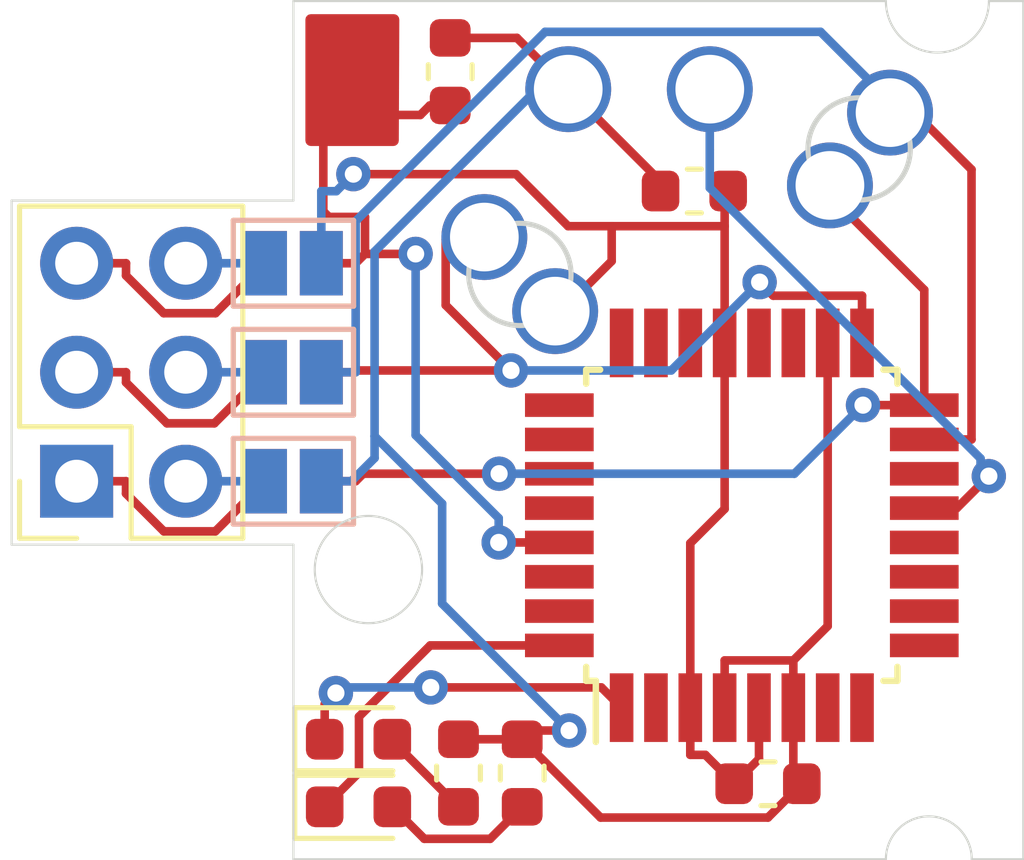
<source format=kicad_pcb>
(kicad_pcb (version 20171130) (host pcbnew "(5.1.5)-3")

  (general
    (thickness 1.6)
    (drawings 16)
    (tracks 146)
    (zones 0)
    (modules 21)
    (nets 37)
  )

  (page A4)
  (layers
    (0 F.Cu signal)
    (31 B.Cu signal)
    (32 B.Adhes user)
    (33 F.Adhes user)
    (34 B.Paste user)
    (35 F.Paste user)
    (36 B.SilkS user)
    (37 F.SilkS user)
    (38 B.Mask user)
    (39 F.Mask user)
    (40 Dwgs.User user)
    (41 Cmts.User user)
    (42 Eco1.User user)
    (43 Eco2.User user)
    (44 Edge.Cuts user)
    (45 Margin user)
    (46 B.CrtYd user)
    (47 F.CrtYd user)
    (48 B.Fab user)
    (49 F.Fab user hide)
  )

  (setup
    (last_trace_width 0.2)
    (trace_clearance 0.2)
    (zone_clearance 0.254)
    (zone_45_only no)
    (trace_min 0.2)
    (via_size 0.8)
    (via_drill 0.4)
    (via_min_size 0.4)
    (via_min_drill 0.3)
    (uvia_size 0.3)
    (uvia_drill 0.1)
    (uvias_allowed no)
    (uvia_min_size 0.2)
    (uvia_min_drill 0.1)
    (edge_width 0.05)
    (segment_width 0.2)
    (pcb_text_width 0.3)
    (pcb_text_size 1.5 1.5)
    (mod_edge_width 0.12)
    (mod_text_size 1 1)
    (mod_text_width 0.15)
    (pad_size 1.8 1.8)
    (pad_drill 1.6)
    (pad_to_mask_clearance 0.051)
    (solder_mask_min_width 0.25)
    (aux_axis_origin 0 0)
    (visible_elements 7FFFFFFF)
    (pcbplotparams
      (layerselection 0x010fc_ffffffff)
      (usegerberextensions false)
      (usegerberattributes false)
      (usegerberadvancedattributes false)
      (creategerberjobfile false)
      (excludeedgelayer true)
      (linewidth 0.100000)
      (plotframeref false)
      (viasonmask false)
      (mode 1)
      (useauxorigin false)
      (hpglpennumber 1)
      (hpglpenspeed 20)
      (hpglpendiameter 15.000000)
      (psnegative false)
      (psa4output false)
      (plotreference true)
      (plotvalue true)
      (plotinvisibletext false)
      (padsonsilk false)
      (subtractmaskfromsilk false)
      (outputformat 1)
      (mirror false)
      (drillshape 0)
      (scaleselection 1)
      (outputdirectory "gerbers/"))
  )

  (net 0 "")
  (net 1 GND)
  (net 2 VCC)
  (net 3 "Net-(D1-Pad2)")
  (net 4 "Net-(D1-Pad1)")
  (net 5 "Net-(D2-Pad2)")
  (net 6 "Net-(D2-Pad1)")
  (net 7 PB1)
  (net 8 SCK)
  (net 9 MOSI)
  (net 10 MISO)
  (net 11 RESET)
  (net 12 "Net-(U1-Pad31)")
  (net 13 "Net-(U1-Pad30)")
  (net 14 "Net-(U1-Pad28)")
  (net 15 "Net-(U1-Pad27)")
  (net 16 "Net-(U1-Pad26)")
  (net 17 "Net-(U1-Pad25)")
  (net 18 "Net-(U1-Pad24)")
  (net 19 "Net-(U1-Pad23)")
  (net 20 "Net-(U1-Pad22)")
  (net 21 "Net-(U1-Pad20)")
  (net 22 "Net-(U1-Pad19)")
  (net 23 "Net-(U1-Pad14)")
  (net 24 "Net-(U1-Pad12)")
  (net 25 "Net-(U1-Pad11)")
  (net 26 "Net-(U1-Pad10)")
  (net 27 "Net-(U1-Pad9)")
  (net 28 "Net-(U1-Pad8)")
  (net 29 "Net-(U1-Pad7)")
  (net 30 "Net-(U1-Pad2)")
  (net 31 "Net-(J1-Pad6)")
  (net 32 "Net-(J1-Pad5)")
  (net 33 "Net-(J1-Pad4)")
  (net 34 "Net-(J1-Pad3)")
  (net 35 "Net-(J1-Pad2)")
  (net 36 "Net-(J1-Pad1)")

  (net_class Default "This is the default net class."
    (clearance 0.2)
    (trace_width 0.2)
    (via_dia 0.8)
    (via_drill 0.4)
    (uvia_dia 0.3)
    (uvia_drill 0.1)
    (add_net GND)
    (add_net MISO)
    (add_net MOSI)
    (add_net "Net-(D1-Pad1)")
    (add_net "Net-(D1-Pad2)")
    (add_net "Net-(D2-Pad1)")
    (add_net "Net-(D2-Pad2)")
    (add_net "Net-(J1-Pad1)")
    (add_net "Net-(J1-Pad2)")
    (add_net "Net-(J1-Pad3)")
    (add_net "Net-(J1-Pad4)")
    (add_net "Net-(J1-Pad5)")
    (add_net "Net-(J1-Pad6)")
    (add_net "Net-(U1-Pad10)")
    (add_net "Net-(U1-Pad11)")
    (add_net "Net-(U1-Pad12)")
    (add_net "Net-(U1-Pad14)")
    (add_net "Net-(U1-Pad19)")
    (add_net "Net-(U1-Pad2)")
    (add_net "Net-(U1-Pad20)")
    (add_net "Net-(U1-Pad22)")
    (add_net "Net-(U1-Pad23)")
    (add_net "Net-(U1-Pad24)")
    (add_net "Net-(U1-Pad25)")
    (add_net "Net-(U1-Pad26)")
    (add_net "Net-(U1-Pad27)")
    (add_net "Net-(U1-Pad28)")
    (add_net "Net-(U1-Pad30)")
    (add_net "Net-(U1-Pad31)")
    (add_net "Net-(U1-Pad7)")
    (add_net "Net-(U1-Pad8)")
    (add_net "Net-(U1-Pad9)")
    (add_net PB1)
    (add_net RESET)
    (add_net SCK)
    (add_net VCC)
  )

  (module Custom:TestPoint_Plated_Hole_D1.6mm (layer F.Cu) (tedit 5EF7DF26) (tstamp 5EF82EDA)
    (at 144.954 67.406 180)
    (descr "Plated Hole as test Point, diameter 2.0mm")
    (tags "test point plated hole")
    (path /5EF8A67D)
    (attr virtual)
    (fp_text reference GC6 (at 0 -2.498) (layer F.SilkS) hide
      (effects (font (size 1 1) (thickness 0.15)))
    )
    (fp_text value GND (at 0 2.45) (layer F.Fab)
      (effects (font (size 1 1) (thickness 0.15)))
    )
    (fp_text user %R (at 0 -2.5) (layer F.Fab)
      (effects (font (size 1 1) (thickness 0.15)))
    )
    (pad 1 thru_hole circle (at 0 0 180) (size 2 2) (drill 1.6) (layers *.Cu *.Mask)
      (net 1 GND))
  )

  (module Custom:TestPoint_Plated_Hole_D1.6mm (layer F.Cu) (tedit 5EF7DF26) (tstamp 5EF82EE2)
    (at 143.304 65.68 180)
    (descr "Plated Hole as test Point, diameter 2.0mm")
    (tags "test point plated hole")
    (path /5EF8A671)
    (attr virtual)
    (fp_text reference GC7 (at 0 -2.498) (layer F.SilkS) hide
      (effects (font (size 1 1) (thickness 0.15)))
    )
    (fp_text value SCK (at 0 2.45) (layer F.Fab)
      (effects (font (size 1 1) (thickness 0.15)))
    )
    (fp_text user %R (at 0 -2.5) (layer F.Fab)
      (effects (font (size 1 1) (thickness 0.15)))
    )
    (pad 1 thru_hole circle (at 0 0 180) (size 2 2) (drill 1.6) (layers *.Cu *.Mask)
      (net 8 SCK))
  )

  (module Custom:TestPoint_Plated_Hole_D1.6mm (layer F.Cu) (tedit 5EF7DF26) (tstamp 5EF82EB2)
    (at 145.258 62.2333 180)
    (descr "Plated Hole as test Point, diameter 2.0mm")
    (tags "test point plated hole")
    (path /5EF83549)
    (attr virtual)
    (fp_text reference GC1 (at 0 -2.498) (layer F.SilkS) hide
      (effects (font (size 1 1) (thickness 0.15)))
    )
    (fp_text value VCC (at 0 2.45) (layer F.Fab)
      (effects (font (size 1 1) (thickness 0.15)))
    )
    (fp_text user %R (at 0 -2.5) (layer F.Fab)
      (effects (font (size 1 1) (thickness 0.15)))
    )
    (pad 1 thru_hole circle (at 0 0 180) (size 2 2) (drill 1.6) (layers *.Cu *.Mask)
      (net 2 VCC))
  )

  (module Custom:TestPoint_Plated_Hole_D1.6mm (layer F.Cu) (tedit 5EF7DF26) (tstamp 5EF82ED2)
    (at 148.555 62.2333 180)
    (descr "Plated Hole as test Point, diameter 2.0mm")
    (tags "test point plated hole")
    (path /5EF866CB)
    (attr virtual)
    (fp_text reference GC5 (at 0 -2.498) (layer F.SilkS) hide
      (effects (font (size 1 1) (thickness 0.15)))
    )
    (fp_text value PB1 (at 0 2.45) (layer F.Fab)
      (effects (font (size 1 1) (thickness 0.15)))
    )
    (fp_text user %R (at 0 -2.5) (layer F.Fab)
      (effects (font (size 1 1) (thickness 0.15)))
    )
    (pad 1 thru_hole circle (at 0 0 180) (size 2 2) (drill 1.6) (layers *.Cu *.Mask)
      (net 7 PB1))
  )

  (module Custom:TestPoint_Plated_Hole_D1.6mm (layer F.Cu) (tedit 5EF7DF26) (tstamp 5EF82EF2)
    (at 151.353 64.4762 180)
    (descr "Plated Hole as test Point, diameter 2.0mm")
    (tags "test point plated hole")
    (path /5EF8A665)
    (attr virtual)
    (fp_text reference GC9 (at 0 -2.498) (layer F.SilkS) hide
      (effects (font (size 1 1) (thickness 0.15)))
    )
    (fp_text value MISO (at 0 2.45) (layer F.Fab)
      (effects (font (size 1 1) (thickness 0.15)))
    )
    (fp_text user %R (at 0 -2.5) (layer F.Fab)
      (effects (font (size 1 1) (thickness 0.15)))
    )
    (pad 1 thru_hole circle (at 0 0 180) (size 2 2) (drill 1.6) (layers *.Cu *.Mask)
      (net 10 MISO))
  )

  (module Custom:TestPoint_Plated_Hole_D1.6mm (layer F.Cu) (tedit 5EF7DF26) (tstamp 5EF82EEA)
    (at 152.754 62.7799 180)
    (descr "Plated Hole as test Point, diameter 2.0mm")
    (tags "test point plated hole")
    (path /5EF8A677)
    (attr virtual)
    (fp_text reference GC8 (at 0 -2.498 180) (layer F.SilkS) hide
      (effects (font (size 1 1) (thickness 0.15)))
    )
    (fp_text value MOSI (at 0 2.45 180) (layer F.Fab)
      (effects (font (size 1 1) (thickness 0.15)))
    )
    (fp_text user %R (at 0 -2.5 180) (layer F.Fab)
      (effects (font (size 1 1) (thickness 0.15)))
    )
    (pad 1 thru_hole circle (at 0 0 180) (size 2 2) (drill 1.6) (layers *.Cu *.Mask)
      (net 9 MOSI))
  )

  (module Jumper:SolderJumper-2_P1.3mm_Open_Pad1.0x1.5mm (layer B.Cu) (tedit 5A3EABFC) (tstamp 5EF84F14)
    (at 138.857 66.29)
    (descr "SMD Solder Jumper, 1x1.5mm Pads, 0.3mm gap, open")
    (tags "solder jumper open")
    (path /5EFE6D7F)
    (attr virtual)
    (fp_text reference JP6 (at 0 1.1) (layer B.SilkS) hide
      (effects (font (size 1 1) (thickness 0.15)) (justify mirror))
    )
    (fp_text value Jumper (at 0 -1.9) (layer B.Fab)
      (effects (font (size 1 1) (thickness 0.15)) (justify mirror))
    )
    (fp_line (start 1.65 -1.25) (end -1.65 -1.25) (layer B.CrtYd) (width 0.05))
    (fp_line (start 1.65 -1.25) (end 1.65 1.25) (layer B.CrtYd) (width 0.05))
    (fp_line (start -1.65 1.25) (end -1.65 -1.25) (layer B.CrtYd) (width 0.05))
    (fp_line (start -1.65 1.25) (end 1.65 1.25) (layer B.CrtYd) (width 0.05))
    (fp_line (start -1.4 1) (end 1.4 1) (layer B.SilkS) (width 0.12))
    (fp_line (start 1.4 1) (end 1.4 -1) (layer B.SilkS) (width 0.12))
    (fp_line (start 1.4 -1) (end -1.4 -1) (layer B.SilkS) (width 0.12))
    (fp_line (start -1.4 -1) (end -1.4 1) (layer B.SilkS) (width 0.12))
    (pad 1 smd rect (at -0.65 0) (size 1 1.5) (layers B.Cu B.Mask)
      (net 31 "Net-(J1-Pad6)"))
    (pad 2 smd rect (at 0.65 0) (size 1 1.5) (layers B.Cu B.Mask)
      (net 1 GND))
  )

  (module Jumper:SolderJumper-2_P1.3mm_Open_Pad1.0x1.5mm (layer F.Cu) (tedit 5A3EABFC) (tstamp 5EF84F06)
    (at 138.857 66.29)
    (descr "SMD Solder Jumper, 1x1.5mm Pads, 0.3mm gap, open")
    (tags "solder jumper open")
    (path /5EFEBA7B)
    (attr virtual)
    (fp_text reference JP5 (at 0 -1.8) (layer F.SilkS) hide
      (effects (font (size 1 1) (thickness 0.15)))
    )
    (fp_text value Jumper (at 0 1.9) (layer F.Fab)
      (effects (font (size 1 1) (thickness 0.15)))
    )
    (fp_line (start 1.65 1.25) (end -1.65 1.25) (layer F.CrtYd) (width 0.05))
    (fp_line (start 1.65 1.25) (end 1.65 -1.25) (layer F.CrtYd) (width 0.05))
    (fp_line (start -1.65 -1.25) (end -1.65 1.25) (layer F.CrtYd) (width 0.05))
    (fp_line (start -1.65 -1.25) (end 1.65 -1.25) (layer F.CrtYd) (width 0.05))
    (fp_line (start -1.4 -1) (end 1.4 -1) (layer F.SilkS) (width 0.12))
    (fp_line (start 1.4 -1) (end 1.4 1) (layer F.SilkS) (width 0.12))
    (fp_line (start 1.4 1) (end -1.4 1) (layer F.SilkS) (width 0.12))
    (fp_line (start -1.4 1) (end -1.4 -1) (layer F.SilkS) (width 0.12))
    (pad 1 smd rect (at -0.65 0) (size 1 1.5) (layers F.Cu F.Mask)
      (net 32 "Net-(J1-Pad5)"))
    (pad 2 smd rect (at 0.65 0) (size 1 1.5) (layers F.Cu F.Mask)
      (net 11 RESET))
  )

  (module Jumper:SolderJumper-2_P1.3mm_Open_Pad1.0x1.5mm (layer B.Cu) (tedit 5A3EABFC) (tstamp 5EF84EF8)
    (at 138.857 68.83)
    (descr "SMD Solder Jumper, 1x1.5mm Pads, 0.3mm gap, open")
    (tags "solder jumper open")
    (path /5EFEE19D)
    (attr virtual)
    (fp_text reference JP4 (at 0 1.1) (layer B.SilkS) hide
      (effects (font (size 1 1) (thickness 0.15)) (justify mirror))
    )
    (fp_text value Jumper (at 0 -1.9) (layer B.Fab)
      (effects (font (size 1 1) (thickness 0.15)) (justify mirror))
    )
    (fp_line (start 1.65 -1.25) (end -1.65 -1.25) (layer B.CrtYd) (width 0.05))
    (fp_line (start 1.65 -1.25) (end 1.65 1.25) (layer B.CrtYd) (width 0.05))
    (fp_line (start -1.65 1.25) (end -1.65 -1.25) (layer B.CrtYd) (width 0.05))
    (fp_line (start -1.65 1.25) (end 1.65 1.25) (layer B.CrtYd) (width 0.05))
    (fp_line (start -1.4 1) (end 1.4 1) (layer B.SilkS) (width 0.12))
    (fp_line (start 1.4 1) (end 1.4 -1) (layer B.SilkS) (width 0.12))
    (fp_line (start 1.4 -1) (end -1.4 -1) (layer B.SilkS) (width 0.12))
    (fp_line (start -1.4 -1) (end -1.4 1) (layer B.SilkS) (width 0.12))
    (pad 1 smd rect (at -0.65 0) (size 1 1.5) (layers B.Cu B.Mask)
      (net 33 "Net-(J1-Pad4)"))
    (pad 2 smd rect (at 0.65 0) (size 1 1.5) (layers B.Cu B.Mask)
      (net 9 MOSI))
  )

  (module Jumper:SolderJumper-2_P1.3mm_Open_Pad1.0x1.5mm (layer F.Cu) (tedit 5A3EABFC) (tstamp 5EF84EEA)
    (at 138.857 68.83)
    (descr "SMD Solder Jumper, 1x1.5mm Pads, 0.3mm gap, open")
    (tags "solder jumper open")
    (path /5EFEC3CC)
    (attr virtual)
    (fp_text reference JP3 (at 0 -1.8) (layer F.SilkS) hide
      (effects (font (size 1 1) (thickness 0.15)))
    )
    (fp_text value Jumper (at 0 1.9) (layer F.Fab)
      (effects (font (size 1 1) (thickness 0.15)))
    )
    (fp_line (start 1.65 1.25) (end -1.65 1.25) (layer F.CrtYd) (width 0.05))
    (fp_line (start 1.65 1.25) (end 1.65 -1.25) (layer F.CrtYd) (width 0.05))
    (fp_line (start -1.65 -1.25) (end -1.65 1.25) (layer F.CrtYd) (width 0.05))
    (fp_line (start -1.65 -1.25) (end 1.65 -1.25) (layer F.CrtYd) (width 0.05))
    (fp_line (start -1.4 -1) (end 1.4 -1) (layer F.SilkS) (width 0.12))
    (fp_line (start 1.4 -1) (end 1.4 1) (layer F.SilkS) (width 0.12))
    (fp_line (start 1.4 1) (end -1.4 1) (layer F.SilkS) (width 0.12))
    (fp_line (start -1.4 1) (end -1.4 -1) (layer F.SilkS) (width 0.12))
    (pad 1 smd rect (at -0.65 0) (size 1 1.5) (layers F.Cu F.Mask)
      (net 34 "Net-(J1-Pad3)"))
    (pad 2 smd rect (at 0.65 0) (size 1 1.5) (layers F.Cu F.Mask)
      (net 8 SCK))
  )

  (module Jumper:SolderJumper-2_P1.3mm_Open_Pad1.0x1.5mm (layer B.Cu) (tedit 5A3EABFC) (tstamp 5EF84EDC)
    (at 138.857 71.37)
    (descr "SMD Solder Jumper, 1x1.5mm Pads, 0.3mm gap, open")
    (tags "solder jumper open")
    (path /5EFEF7A4)
    (attr virtual)
    (fp_text reference JP2 (at 0 1.8) (layer B.SilkS) hide
      (effects (font (size 1 1) (thickness 0.15)) (justify mirror))
    )
    (fp_text value Jumper (at -0.30706 1.1405) (layer B.Fab)
      (effects (font (size 1 1) (thickness 0.15)) (justify mirror))
    )
    (fp_line (start 1.65 -1.25) (end -1.65 -1.25) (layer B.CrtYd) (width 0.05))
    (fp_line (start 1.65 -1.25) (end 1.65 1.25) (layer B.CrtYd) (width 0.05))
    (fp_line (start -1.65 1.25) (end -1.65 -1.25) (layer B.CrtYd) (width 0.05))
    (fp_line (start -1.65 1.25) (end 1.65 1.25) (layer B.CrtYd) (width 0.05))
    (fp_line (start -1.4 1) (end 1.4 1) (layer B.SilkS) (width 0.12))
    (fp_line (start 1.4 1) (end 1.4 -1) (layer B.SilkS) (width 0.12))
    (fp_line (start 1.4 -1) (end -1.4 -1) (layer B.SilkS) (width 0.12))
    (fp_line (start -1.4 -1) (end -1.4 1) (layer B.SilkS) (width 0.12))
    (pad 1 smd rect (at -0.65 0) (size 1 1.5) (layers B.Cu B.Mask)
      (net 35 "Net-(J1-Pad2)"))
    (pad 2 smd rect (at 0.65 0) (size 1 1.5) (layers B.Cu B.Mask)
      (net 2 VCC))
  )

  (module Jumper:SolderJumper-2_P1.3mm_Open_Pad1.0x1.5mm (layer F.Cu) (tedit 5A3EABFC) (tstamp 5EF84ECE)
    (at 138.857 71.37)
    (descr "SMD Solder Jumper, 1x1.5mm Pads, 0.3mm gap, open")
    (tags "solder jumper open")
    (path /5EFEE9A9)
    (attr virtual)
    (fp_text reference JP1 (at 0 -1.8) (layer F.SilkS) hide
      (effects (font (size 1 1) (thickness 0.15)))
    )
    (fp_text value Jumper (at 0 1.9) (layer F.Fab)
      (effects (font (size 1 1) (thickness 0.15)))
    )
    (fp_line (start 1.65 1.25) (end -1.65 1.25) (layer F.CrtYd) (width 0.05))
    (fp_line (start 1.65 1.25) (end 1.65 -1.25) (layer F.CrtYd) (width 0.05))
    (fp_line (start -1.65 -1.25) (end -1.65 1.25) (layer F.CrtYd) (width 0.05))
    (fp_line (start -1.65 -1.25) (end 1.65 -1.25) (layer F.CrtYd) (width 0.05))
    (fp_line (start -1.4 -1) (end 1.4 -1) (layer F.SilkS) (width 0.12))
    (fp_line (start 1.4 -1) (end 1.4 1) (layer F.SilkS) (width 0.12))
    (fp_line (start 1.4 1) (end -1.4 1) (layer F.SilkS) (width 0.12))
    (fp_line (start -1.4 1) (end -1.4 -1) (layer F.SilkS) (width 0.12))
    (pad 1 smd rect (at -0.65 0) (size 1 1.5) (layers F.Cu F.Mask)
      (net 36 "Net-(J1-Pad1)"))
    (pad 2 smd rect (at 0.65 0) (size 1 1.5) (layers F.Cu F.Mask)
      (net 10 MISO))
  )

  (module Connector_PinSocket_2.54mm:PinSocket_2x03_P2.54mm_Vertical (layer F.Cu) (tedit 5A19A425) (tstamp 5EF82F2B)
    (at 133.808 71.37 180)
    (descr "Through hole straight socket strip, 2x03, 2.54mm pitch, double cols (from Kicad 4.0.7), script generated")
    (tags "Through hole socket strip THT 2x03 2.54mm double row")
    (path /5EFAED4C)
    (fp_text reference J1 (at -1.27 -2.77) (layer F.SilkS) hide
      (effects (font (size 1 1) (thickness 0.15)))
    )
    (fp_text value AVR-ISP-6 (at -1.27 7.85) (layer F.Fab)
      (effects (font (size 1 1) (thickness 0.15)))
    )
    (fp_text user %R (at -1.27 2.54 90) (layer F.Fab)
      (effects (font (size 1 1) (thickness 0.15)))
    )
    (fp_line (start -4.34 6.85) (end -4.34 -1.8) (layer F.CrtYd) (width 0.05))
    (fp_line (start 1.76 6.85) (end -4.34 6.85) (layer F.CrtYd) (width 0.05))
    (fp_line (start 1.76 -1.8) (end 1.76 6.85) (layer F.CrtYd) (width 0.05))
    (fp_line (start -4.34 -1.8) (end 1.76 -1.8) (layer F.CrtYd) (width 0.05))
    (fp_line (start 0 -1.33) (end 1.33 -1.33) (layer F.SilkS) (width 0.12))
    (fp_line (start 1.33 -1.33) (end 1.33 0) (layer F.SilkS) (width 0.12))
    (fp_line (start -1.27 -1.33) (end -1.27 1.27) (layer F.SilkS) (width 0.12))
    (fp_line (start -1.27 1.27) (end 1.33 1.27) (layer F.SilkS) (width 0.12))
    (fp_line (start 1.33 1.27) (end 1.33 6.41) (layer F.SilkS) (width 0.12))
    (fp_line (start -3.87 6.41) (end 1.33 6.41) (layer F.SilkS) (width 0.12))
    (fp_line (start -3.87 -1.33) (end -3.87 6.41) (layer F.SilkS) (width 0.12))
    (fp_line (start -3.87 -1.33) (end -1.27 -1.33) (layer F.SilkS) (width 0.12))
    (fp_line (start -3.81 6.35) (end -3.81 -1.27) (layer F.Fab) (width 0.1))
    (fp_line (start 1.27 6.35) (end -3.81 6.35) (layer F.Fab) (width 0.1))
    (fp_line (start 1.27 -0.27) (end 1.27 6.35) (layer F.Fab) (width 0.1))
    (fp_line (start 0.27 -1.27) (end 1.27 -0.27) (layer F.Fab) (width 0.1))
    (fp_line (start -3.81 -1.27) (end 0.27 -1.27) (layer F.Fab) (width 0.1))
    (pad 6 thru_hole oval (at -2.54 5.08 180) (size 1.7 1.7) (drill 1) (layers *.Cu *.Mask)
      (net 31 "Net-(J1-Pad6)"))
    (pad 5 thru_hole oval (at 0 5.08 180) (size 1.7 1.7) (drill 1) (layers *.Cu *.Mask)
      (net 32 "Net-(J1-Pad5)"))
    (pad 4 thru_hole oval (at -2.54 2.54 180) (size 1.7 1.7) (drill 1) (layers *.Cu *.Mask)
      (net 33 "Net-(J1-Pad4)"))
    (pad 3 thru_hole oval (at 0 2.54 180) (size 1.7 1.7) (drill 1) (layers *.Cu *.Mask)
      (net 34 "Net-(J1-Pad3)"))
    (pad 2 thru_hole oval (at -2.54 0 180) (size 1.7 1.7) (drill 1) (layers *.Cu *.Mask)
      (net 35 "Net-(J1-Pad2)"))
    (pad 1 thru_hole rect (at 0 0 180) (size 1.7 1.7) (drill 1) (layers *.Cu *.Mask)
      (net 36 "Net-(J1-Pad1)"))
    (model ${KISYS3DMOD}/Connector_PinSocket_2.54mm.3dshapes/PinSocket_2x03_P2.54mm_Vertical.wrl
      (at (xyz 0 0 0))
      (scale (xyz 1 1 1))
      (rotate (xyz 0 0 0))
    )
  )

  (module Package_QFP:TQFP-32_7x7mm_P0.8mm (layer F.Cu) (tedit 5A02F146) (tstamp 5EF82F95)
    (at 149.301 72.397 90)
    (descr "32-Lead Plastic Thin Quad Flatpack (PT) - 7x7x1.0 mm Body, 2.00 mm [TQFP] (see Microchip Packaging Specification 00000049BS.pdf)")
    (tags "QFP 0.8")
    (path /5EF92DA5)
    (attr smd)
    (fp_text reference U1 (at 0 0 180) (layer F.SilkS) hide
      (effects (font (size 1 1) (thickness 0.15)))
    )
    (fp_text value ATmega8A-AU (at 0 6.05 90) (layer F.Fab)
      (effects (font (size 1 1) (thickness 0.15)))
    )
    (fp_line (start -3.625 -3.4) (end -5.05 -3.4) (layer F.SilkS) (width 0.15))
    (fp_line (start 3.625 -3.625) (end 3.3 -3.625) (layer F.SilkS) (width 0.15))
    (fp_line (start 3.625 3.625) (end 3.3 3.625) (layer F.SilkS) (width 0.15))
    (fp_line (start -3.625 3.625) (end -3.3 3.625) (layer F.SilkS) (width 0.15))
    (fp_line (start -3.625 -3.625) (end -3.3 -3.625) (layer F.SilkS) (width 0.15))
    (fp_line (start -3.625 3.625) (end -3.625 3.3) (layer F.SilkS) (width 0.15))
    (fp_line (start 3.625 3.625) (end 3.625 3.3) (layer F.SilkS) (width 0.15))
    (fp_line (start 3.625 -3.625) (end 3.625 -3.3) (layer F.SilkS) (width 0.15))
    (fp_line (start -3.625 -3.625) (end -3.625 -3.4) (layer F.SilkS) (width 0.15))
    (fp_line (start -5.3 5.3) (end 5.3 5.3) (layer F.CrtYd) (width 0.05))
    (fp_line (start -5.3 -5.3) (end 5.3 -5.3) (layer F.CrtYd) (width 0.05))
    (fp_line (start 5.3 -5.3) (end 5.3 5.3) (layer F.CrtYd) (width 0.05))
    (fp_line (start -5.3 -5.3) (end -5.3 5.3) (layer F.CrtYd) (width 0.05))
    (fp_line (start -3.5 -2.5) (end -2.5 -3.5) (layer F.Fab) (width 0.15))
    (fp_line (start -3.5 3.5) (end -3.5 -2.5) (layer F.Fab) (width 0.15))
    (fp_line (start 3.5 3.5) (end -3.5 3.5) (layer F.Fab) (width 0.15))
    (fp_line (start 3.5 -3.5) (end 3.5 3.5) (layer F.Fab) (width 0.15))
    (fp_line (start -2.5 -3.5) (end 3.5 -3.5) (layer F.Fab) (width 0.15))
    (fp_text user %R (at 0 0 90) (layer F.Fab)
      (effects (font (size 1 1) (thickness 0.15)))
    )
    (pad 32 smd rect (at -2.8 -4.25 180) (size 1.6 0.55) (layers F.Cu F.Paste F.Mask)
      (net 4 "Net-(D1-Pad1)"))
    (pad 31 smd rect (at -2 -4.25 180) (size 1.6 0.55) (layers F.Cu F.Paste F.Mask)
      (net 12 "Net-(U1-Pad31)"))
    (pad 30 smd rect (at -1.2 -4.25 180) (size 1.6 0.55) (layers F.Cu F.Paste F.Mask)
      (net 13 "Net-(U1-Pad30)"))
    (pad 29 smd rect (at -0.4 -4.25 180) (size 1.6 0.55) (layers F.Cu F.Paste F.Mask)
      (net 11 RESET))
    (pad 28 smd rect (at 0.4 -4.25 180) (size 1.6 0.55) (layers F.Cu F.Paste F.Mask)
      (net 14 "Net-(U1-Pad28)"))
    (pad 27 smd rect (at 1.2 -4.25 180) (size 1.6 0.55) (layers F.Cu F.Paste F.Mask)
      (net 15 "Net-(U1-Pad27)"))
    (pad 26 smd rect (at 2 -4.25 180) (size 1.6 0.55) (layers F.Cu F.Paste F.Mask)
      (net 16 "Net-(U1-Pad26)"))
    (pad 25 smd rect (at 2.8 -4.25 180) (size 1.6 0.55) (layers F.Cu F.Paste F.Mask)
      (net 17 "Net-(U1-Pad25)"))
    (pad 24 smd rect (at 4.25 -2.8 90) (size 1.6 0.55) (layers F.Cu F.Paste F.Mask)
      (net 18 "Net-(U1-Pad24)"))
    (pad 23 smd rect (at 4.25 -2 90) (size 1.6 0.55) (layers F.Cu F.Paste F.Mask)
      (net 19 "Net-(U1-Pad23)"))
    (pad 22 smd rect (at 4.25 -1.2 90) (size 1.6 0.55) (layers F.Cu F.Paste F.Mask)
      (net 20 "Net-(U1-Pad22)"))
    (pad 21 smd rect (at 4.25 -0.4 90) (size 1.6 0.55) (layers F.Cu F.Paste F.Mask)
      (net 1 GND))
    (pad 20 smd rect (at 4.25 0.4 90) (size 1.6 0.55) (layers F.Cu F.Paste F.Mask)
      (net 21 "Net-(U1-Pad20)"))
    (pad 19 smd rect (at 4.25 1.2 90) (size 1.6 0.55) (layers F.Cu F.Paste F.Mask)
      (net 22 "Net-(U1-Pad19)"))
    (pad 18 smd rect (at 4.25 2 90) (size 1.6 0.55) (layers F.Cu F.Paste F.Mask)
      (net 2 VCC))
    (pad 17 smd rect (at 4.25 2.8 90) (size 1.6 0.55) (layers F.Cu F.Paste F.Mask)
      (net 8 SCK))
    (pad 16 smd rect (at 2.8 4.25 180) (size 1.6 0.55) (layers F.Cu F.Paste F.Mask)
      (net 10 MISO))
    (pad 15 smd rect (at 2 4.25 180) (size 1.6 0.55) (layers F.Cu F.Paste F.Mask)
      (net 9 MOSI))
    (pad 14 smd rect (at 1.2 4.25 180) (size 1.6 0.55) (layers F.Cu F.Paste F.Mask)
      (net 23 "Net-(U1-Pad14)"))
    (pad 13 smd rect (at 0.4 4.25 180) (size 1.6 0.55) (layers F.Cu F.Paste F.Mask)
      (net 7 PB1))
    (pad 12 smd rect (at -0.4 4.25 180) (size 1.6 0.55) (layers F.Cu F.Paste F.Mask)
      (net 24 "Net-(U1-Pad12)"))
    (pad 11 smd rect (at -1.2 4.25 180) (size 1.6 0.55) (layers F.Cu F.Paste F.Mask)
      (net 25 "Net-(U1-Pad11)"))
    (pad 10 smd rect (at -2 4.25 180) (size 1.6 0.55) (layers F.Cu F.Paste F.Mask)
      (net 26 "Net-(U1-Pad10)"))
    (pad 9 smd rect (at -2.8 4.25 180) (size 1.6 0.55) (layers F.Cu F.Paste F.Mask)
      (net 27 "Net-(U1-Pad9)"))
    (pad 8 smd rect (at -4.25 2.8 90) (size 1.6 0.55) (layers F.Cu F.Paste F.Mask)
      (net 28 "Net-(U1-Pad8)"))
    (pad 7 smd rect (at -4.25 2 90) (size 1.6 0.55) (layers F.Cu F.Paste F.Mask)
      (net 29 "Net-(U1-Pad7)"))
    (pad 6 smd rect (at -4.25 1.2 90) (size 1.6 0.55) (layers F.Cu F.Paste F.Mask)
      (net 2 VCC))
    (pad 5 smd rect (at -4.25 0.4 90) (size 1.6 0.55) (layers F.Cu F.Paste F.Mask)
      (net 1 GND))
    (pad 4 smd rect (at -4.25 -0.4 90) (size 1.6 0.55) (layers F.Cu F.Paste F.Mask)
      (net 2 VCC))
    (pad 3 smd rect (at -4.25 -1.2 90) (size 1.6 0.55) (layers F.Cu F.Paste F.Mask)
      (net 1 GND))
    (pad 2 smd rect (at -4.25 -2 90) (size 1.6 0.55) (layers F.Cu F.Paste F.Mask)
      (net 30 "Net-(U1-Pad2)"))
    (pad 1 smd rect (at -4.25 -2.8 90) (size 1.6 0.55) (layers F.Cu F.Paste F.Mask)
      (net 6 "Net-(D2-Pad1)"))
    (model ${KISYS3DMOD}/Package_QFP.3dshapes/TQFP-32_7x7mm_P0.8mm.wrl
      (at (xyz 0 0 0))
      (scale (xyz 1 1 1))
      (rotate (xyz 0 0 0))
    )
  )

  (module Resistor_SMD:R_0603_1608Metric (layer F.Cu) (tedit 5B301BBD) (tstamp 5EF82F5E)
    (at 142.509 61.8261 270)
    (descr "Resistor SMD 0603 (1608 Metric), square (rectangular) end terminal, IPC_7351 nominal, (Body size source: http://www.tortai-tech.com/upload/download/2011102023233369053.pdf), generated with kicad-footprint-generator")
    (tags resistor)
    (path /5EF95022)
    (attr smd)
    (fp_text reference R3 (at -0.00254 1.05664 90) (layer F.SilkS) hide
      (effects (font (size 1 1) (thickness 0.15)))
    )
    (fp_text value 1K (at 0 1.43 90) (layer F.Fab)
      (effects (font (size 1 1) (thickness 0.15)))
    )
    (fp_text user %R (at 0 0 90) (layer F.Fab)
      (effects (font (size 0.4 0.4) (thickness 0.06)))
    )
    (fp_line (start 1.48 0.73) (end -1.48 0.73) (layer F.CrtYd) (width 0.05))
    (fp_line (start 1.48 -0.73) (end 1.48 0.73) (layer F.CrtYd) (width 0.05))
    (fp_line (start -1.48 -0.73) (end 1.48 -0.73) (layer F.CrtYd) (width 0.05))
    (fp_line (start -1.48 0.73) (end -1.48 -0.73) (layer F.CrtYd) (width 0.05))
    (fp_line (start -0.162779 0.51) (end 0.162779 0.51) (layer F.SilkS) (width 0.12))
    (fp_line (start -0.162779 -0.51) (end 0.162779 -0.51) (layer F.SilkS) (width 0.12))
    (fp_line (start 0.8 0.4) (end -0.8 0.4) (layer F.Fab) (width 0.1))
    (fp_line (start 0.8 -0.4) (end 0.8 0.4) (layer F.Fab) (width 0.1))
    (fp_line (start -0.8 -0.4) (end 0.8 -0.4) (layer F.Fab) (width 0.1))
    (fp_line (start -0.8 0.4) (end -0.8 -0.4) (layer F.Fab) (width 0.1))
    (pad 2 smd roundrect (at 0.7875 0 270) (size 0.875 0.95) (layers F.Cu F.Paste F.Mask) (roundrect_rratio 0.25)
      (net 11 RESET))
    (pad 1 smd roundrect (at -0.7875 0 270) (size 0.875 0.95) (layers F.Cu F.Paste F.Mask) (roundrect_rratio 0.25)
      (net 2 VCC))
    (model ${KISYS3DMOD}/Resistor_SMD.3dshapes/R_0603_1608Metric.wrl
      (at (xyz 0 0 0))
      (scale (xyz 1 1 1))
      (rotate (xyz 0 0 0))
    )
  )

  (module Resistor_SMD:R_0603_1608Metric (layer F.Cu) (tedit 5B301BBD) (tstamp 5EF82F4D)
    (at 142.702 78.171 270)
    (descr "Resistor SMD 0603 (1608 Metric), square (rectangular) end terminal, IPC_7351 nominal, (Body size source: http://www.tortai-tech.com/upload/download/2011102023233369053.pdf), generated with kicad-footprint-generator")
    (tags resistor)
    (path /5EF9DB60)
    (attr smd)
    (fp_text reference R2 (at -2.41046 0 90) (layer F.SilkS) hide
      (effects (font (size 1 1) (thickness 0.15)))
    )
    (fp_text value 330 (at 0 1.43 90) (layer F.Fab)
      (effects (font (size 1 1) (thickness 0.15)))
    )
    (fp_text user %R (at 0 0 90) (layer F.Fab)
      (effects (font (size 0.4 0.4) (thickness 0.06)))
    )
    (fp_line (start 1.48 0.73) (end -1.48 0.73) (layer F.CrtYd) (width 0.05))
    (fp_line (start 1.48 -0.73) (end 1.48 0.73) (layer F.CrtYd) (width 0.05))
    (fp_line (start -1.48 -0.73) (end 1.48 -0.73) (layer F.CrtYd) (width 0.05))
    (fp_line (start -1.48 0.73) (end -1.48 -0.73) (layer F.CrtYd) (width 0.05))
    (fp_line (start -0.162779 0.51) (end 0.162779 0.51) (layer F.SilkS) (width 0.12))
    (fp_line (start -0.162779 -0.51) (end 0.162779 -0.51) (layer F.SilkS) (width 0.12))
    (fp_line (start 0.8 0.4) (end -0.8 0.4) (layer F.Fab) (width 0.1))
    (fp_line (start 0.8 -0.4) (end 0.8 0.4) (layer F.Fab) (width 0.1))
    (fp_line (start -0.8 -0.4) (end 0.8 -0.4) (layer F.Fab) (width 0.1))
    (fp_line (start -0.8 0.4) (end -0.8 -0.4) (layer F.Fab) (width 0.1))
    (pad 2 smd roundrect (at 0.7875 0 270) (size 0.875 0.95) (layers F.Cu F.Paste F.Mask) (roundrect_rratio 0.25)
      (net 5 "Net-(D2-Pad2)"))
    (pad 1 smd roundrect (at -0.7875 0 270) (size 0.875 0.95) (layers F.Cu F.Paste F.Mask) (roundrect_rratio 0.25)
      (net 2 VCC))
    (model ${KISYS3DMOD}/Resistor_SMD.3dshapes/R_0603_1608Metric.wrl
      (at (xyz 0 0 0))
      (scale (xyz 1 1 1))
      (rotate (xyz 0 0 0))
    )
  )

  (module Resistor_SMD:R_0603_1608Metric (layer F.Cu) (tedit 5B301BBD) (tstamp 5EF82F3C)
    (at 144.186 78.171 270)
    (descr "Resistor SMD 0603 (1608 Metric), square (rectangular) end terminal, IPC_7351 nominal, (Body size source: http://www.tortai-tech.com/upload/download/2011102023233369053.pdf), generated with kicad-footprint-generator")
    (tags resistor)
    (path /5EF9D0E7)
    (attr smd)
    (fp_text reference R1 (at -2.39522 0.0762 90) (layer F.SilkS) hide
      (effects (font (size 1 1) (thickness 0.15)))
    )
    (fp_text value 330 (at 0 1.43 90) (layer F.Fab)
      (effects (font (size 1 1) (thickness 0.15)))
    )
    (fp_text user %R (at 0 0 90) (layer F.Fab)
      (effects (font (size 0.4 0.4) (thickness 0.06)))
    )
    (fp_line (start 1.48 0.73) (end -1.48 0.73) (layer F.CrtYd) (width 0.05))
    (fp_line (start 1.48 -0.73) (end 1.48 0.73) (layer F.CrtYd) (width 0.05))
    (fp_line (start -1.48 -0.73) (end 1.48 -0.73) (layer F.CrtYd) (width 0.05))
    (fp_line (start -1.48 0.73) (end -1.48 -0.73) (layer F.CrtYd) (width 0.05))
    (fp_line (start -0.162779 0.51) (end 0.162779 0.51) (layer F.SilkS) (width 0.12))
    (fp_line (start -0.162779 -0.51) (end 0.162779 -0.51) (layer F.SilkS) (width 0.12))
    (fp_line (start 0.8 0.4) (end -0.8 0.4) (layer F.Fab) (width 0.1))
    (fp_line (start 0.8 -0.4) (end 0.8 0.4) (layer F.Fab) (width 0.1))
    (fp_line (start -0.8 -0.4) (end 0.8 -0.4) (layer F.Fab) (width 0.1))
    (fp_line (start -0.8 0.4) (end -0.8 -0.4) (layer F.Fab) (width 0.1))
    (pad 2 smd roundrect (at 0.7875 0 270) (size 0.875 0.95) (layers F.Cu F.Paste F.Mask) (roundrect_rratio 0.25)
      (net 3 "Net-(D1-Pad2)"))
    (pad 1 smd roundrect (at -0.7875 0 270) (size 0.875 0.95) (layers F.Cu F.Paste F.Mask) (roundrect_rratio 0.25)
      (net 2 VCC))
    (model ${KISYS3DMOD}/Resistor_SMD.3dshapes/R_0603_1608Metric.wrl
      (at (xyz 0 0 0))
      (scale (xyz 1 1 1))
      (rotate (xyz 0 0 0))
    )
  )

  (module LED_SMD:LED_0603_1608Metric (layer F.Cu) (tedit 5B301BBE) (tstamp 5EF82EAA)
    (at 140.373 77.3835)
    (descr "LED SMD 0603 (1608 Metric), square (rectangular) end terminal, IPC_7351 nominal, (Body size source: http://www.tortai-tech.com/upload/download/2011102023233369053.pdf), generated with kicad-footprint-generator")
    (tags diode)
    (path /5EF9E51F)
    (attr smd)
    (fp_text reference D2 (at 0 -1.43) (layer F.SilkS) hide
      (effects (font (size 1 1) (thickness 0.15)))
    )
    (fp_text value RED (at 0 1.43) (layer F.Fab)
      (effects (font (size 1 1) (thickness 0.15)))
    )
    (fp_text user %R (at 0 0) (layer F.Fab)
      (effects (font (size 0.4 0.4) (thickness 0.06)))
    )
    (fp_line (start 1.48 0.73) (end -1.48 0.73) (layer F.CrtYd) (width 0.05))
    (fp_line (start 1.48 -0.73) (end 1.48 0.73) (layer F.CrtYd) (width 0.05))
    (fp_line (start -1.48 -0.73) (end 1.48 -0.73) (layer F.CrtYd) (width 0.05))
    (fp_line (start -1.48 0.73) (end -1.48 -0.73) (layer F.CrtYd) (width 0.05))
    (fp_line (start -1.485 0.735) (end 0.8 0.735) (layer F.SilkS) (width 0.12))
    (fp_line (start -1.485 -0.735) (end -1.485 0.735) (layer F.SilkS) (width 0.12))
    (fp_line (start 0.8 -0.735) (end -1.485 -0.735) (layer F.SilkS) (width 0.12))
    (fp_line (start 0.8 0.4) (end 0.8 -0.4) (layer F.Fab) (width 0.1))
    (fp_line (start -0.8 0.4) (end 0.8 0.4) (layer F.Fab) (width 0.1))
    (fp_line (start -0.8 -0.1) (end -0.8 0.4) (layer F.Fab) (width 0.1))
    (fp_line (start -0.5 -0.4) (end -0.8 -0.1) (layer F.Fab) (width 0.1))
    (fp_line (start 0.8 -0.4) (end -0.5 -0.4) (layer F.Fab) (width 0.1))
    (pad 2 smd roundrect (at 0.7875 0) (size 0.875 0.95) (layers F.Cu F.Paste F.Mask) (roundrect_rratio 0.25)
      (net 5 "Net-(D2-Pad2)"))
    (pad 1 smd roundrect (at -0.7875 0) (size 0.875 0.95) (layers F.Cu F.Paste F.Mask) (roundrect_rratio 0.25)
      (net 6 "Net-(D2-Pad1)"))
    (model ${KISYS3DMOD}/LED_SMD.3dshapes/LED_0603_1608Metric.wrl
      (at (xyz 0 0 0))
      (scale (xyz 1 1 1))
      (rotate (xyz 0 0 0))
    )
  )

  (module LED_SMD:LED_0603_1608Metric (layer F.Cu) (tedit 5B301BBE) (tstamp 5EF82E97)
    (at 140.373 78.9585)
    (descr "LED SMD 0603 (1608 Metric), square (rectangular) end terminal, IPC_7351 nominal, (Body size source: http://www.tortai-tech.com/upload/download/2011102023233369053.pdf), generated with kicad-footprint-generator")
    (tags diode)
    (path /5EF9DD8F)
    (attr smd)
    (fp_text reference D1 (at 0 -1.43) (layer F.SilkS) hide
      (effects (font (size 1 1) (thickness 0.15)))
    )
    (fp_text value GRN (at 0 1.43) (layer F.Fab)
      (effects (font (size 1 1) (thickness 0.15)))
    )
    (fp_text user %R (at 0 0) (layer F.Fab)
      (effects (font (size 0.4 0.4) (thickness 0.06)))
    )
    (fp_line (start 1.48 0.73) (end -1.48 0.73) (layer F.CrtYd) (width 0.05))
    (fp_line (start 1.48 -0.73) (end 1.48 0.73) (layer F.CrtYd) (width 0.05))
    (fp_line (start -1.48 -0.73) (end 1.48 -0.73) (layer F.CrtYd) (width 0.05))
    (fp_line (start -1.48 0.73) (end -1.48 -0.73) (layer F.CrtYd) (width 0.05))
    (fp_line (start -1.485 0.735) (end 0.8 0.735) (layer F.SilkS) (width 0.12))
    (fp_line (start -1.485 -0.735) (end -1.485 0.735) (layer F.SilkS) (width 0.12))
    (fp_line (start 0.8 -0.735) (end -1.485 -0.735) (layer F.SilkS) (width 0.12))
    (fp_line (start 0.8 0.4) (end 0.8 -0.4) (layer F.Fab) (width 0.1))
    (fp_line (start -0.8 0.4) (end 0.8 0.4) (layer F.Fab) (width 0.1))
    (fp_line (start -0.8 -0.1) (end -0.8 0.4) (layer F.Fab) (width 0.1))
    (fp_line (start -0.5 -0.4) (end -0.8 -0.1) (layer F.Fab) (width 0.1))
    (fp_line (start 0.8 -0.4) (end -0.5 -0.4) (layer F.Fab) (width 0.1))
    (pad 2 smd roundrect (at 0.7875 0) (size 0.875 0.95) (layers F.Cu F.Paste F.Mask) (roundrect_rratio 0.25)
      (net 3 "Net-(D1-Pad2)"))
    (pad 1 smd roundrect (at -0.7875 0) (size 0.875 0.95) (layers F.Cu F.Paste F.Mask) (roundrect_rratio 0.25)
      (net 4 "Net-(D1-Pad1)"))
    (model ${KISYS3DMOD}/LED_SMD.3dshapes/LED_0603_1608Metric.wrl
      (at (xyz 0 0 0))
      (scale (xyz 1 1 1))
      (rotate (xyz 0 0 0))
    )
  )

  (module Capacitor_SMD:C_0603_1608Metric (layer F.Cu) (tedit 5B301BBE) (tstamp 5EF82E84)
    (at 148.196 64.6074 180)
    (descr "Capacitor SMD 0603 (1608 Metric), square (rectangular) end terminal, IPC_7351 nominal, (Body size source: http://www.tortai-tech.com/upload/download/2011102023233369053.pdf), generated with kicad-footprint-generator")
    (tags capacitor)
    (path /5EF98198)
    (attr smd)
    (fp_text reference C2 (at -0.05334 1.2827) (layer F.SilkS) hide
      (effects (font (size 1 1) (thickness 0.15)))
    )
    (fp_text value 100nF (at 0 1.43) (layer F.Fab)
      (effects (font (size 1 1) (thickness 0.15)))
    )
    (fp_text user %R (at 0 0) (layer F.Fab)
      (effects (font (size 0.4 0.4) (thickness 0.06)))
    )
    (fp_line (start 1.48 0.73) (end -1.48 0.73) (layer F.CrtYd) (width 0.05))
    (fp_line (start 1.48 -0.73) (end 1.48 0.73) (layer F.CrtYd) (width 0.05))
    (fp_line (start -1.48 -0.73) (end 1.48 -0.73) (layer F.CrtYd) (width 0.05))
    (fp_line (start -1.48 0.73) (end -1.48 -0.73) (layer F.CrtYd) (width 0.05))
    (fp_line (start -0.162779 0.51) (end 0.162779 0.51) (layer F.SilkS) (width 0.12))
    (fp_line (start -0.162779 -0.51) (end 0.162779 -0.51) (layer F.SilkS) (width 0.12))
    (fp_line (start 0.8 0.4) (end -0.8 0.4) (layer F.Fab) (width 0.1))
    (fp_line (start 0.8 -0.4) (end 0.8 0.4) (layer F.Fab) (width 0.1))
    (fp_line (start -0.8 -0.4) (end 0.8 -0.4) (layer F.Fab) (width 0.1))
    (fp_line (start -0.8 0.4) (end -0.8 -0.4) (layer F.Fab) (width 0.1))
    (pad 2 smd roundrect (at 0.7875 0 180) (size 0.875 0.95) (layers F.Cu F.Paste F.Mask) (roundrect_rratio 0.25)
      (net 2 VCC))
    (pad 1 smd roundrect (at -0.7875 0 180) (size 0.875 0.95) (layers F.Cu F.Paste F.Mask) (roundrect_rratio 0.25)
      (net 1 GND))
    (model ${KISYS3DMOD}/Capacitor_SMD.3dshapes/C_0603_1608Metric.wrl
      (at (xyz 0 0 0))
      (scale (xyz 1 1 1))
      (rotate (xyz 0 0 0))
    )
  )

  (module Capacitor_SMD:C_0603_1608Metric (layer F.Cu) (tedit 5B301BBE) (tstamp 5EF82E73)
    (at 149.911 78.42 180)
    (descr "Capacitor SMD 0603 (1608 Metric), square (rectangular) end terminal, IPC_7351 nominal, (Body size source: http://www.tortai-tech.com/upload/download/2011102023233369053.pdf), generated with kicad-footprint-generator")
    (tags capacitor)
    (path /5EFA950C)
    (attr smd)
    (fp_text reference C1 (at -2.48412 -0.03048) (layer F.SilkS) hide
      (effects (font (size 1 1) (thickness 0.15)))
    )
    (fp_text value 100nF (at 0 1.43) (layer F.Fab)
      (effects (font (size 1 1) (thickness 0.15)))
    )
    (fp_text user %R (at 0 0) (layer F.Fab)
      (effects (font (size 0.4 0.4) (thickness 0.06)))
    )
    (fp_line (start 1.48 0.73) (end -1.48 0.73) (layer F.CrtYd) (width 0.05))
    (fp_line (start 1.48 -0.73) (end 1.48 0.73) (layer F.CrtYd) (width 0.05))
    (fp_line (start -1.48 -0.73) (end 1.48 -0.73) (layer F.CrtYd) (width 0.05))
    (fp_line (start -1.48 0.73) (end -1.48 -0.73) (layer F.CrtYd) (width 0.05))
    (fp_line (start -0.162779 0.51) (end 0.162779 0.51) (layer F.SilkS) (width 0.12))
    (fp_line (start -0.162779 -0.51) (end 0.162779 -0.51) (layer F.SilkS) (width 0.12))
    (fp_line (start 0.8 0.4) (end -0.8 0.4) (layer F.Fab) (width 0.1))
    (fp_line (start 0.8 -0.4) (end 0.8 0.4) (layer F.Fab) (width 0.1))
    (fp_line (start -0.8 -0.4) (end 0.8 -0.4) (layer F.Fab) (width 0.1))
    (fp_line (start -0.8 0.4) (end -0.8 -0.4) (layer F.Fab) (width 0.1))
    (pad 2 smd roundrect (at 0.7875 0 180) (size 0.875 0.95) (layers F.Cu F.Paste F.Mask) (roundrect_rratio 0.25)
      (net 1 GND))
    (pad 1 smd roundrect (at -0.7875 0 180) (size 0.875 0.95) (layers F.Cu F.Paste F.Mask) (roundrect_rratio 0.25)
      (net 2 VCC))
    (model ${KISYS3DMOD}/Capacitor_SMD.3dshapes/C_0603_1608Metric.wrl
      (at (xyz 0 0 0))
      (scale (xyz 1 1 1))
      (rotate (xyz 0 0 0))
    )
  )

  (gr_line (start 154.65694 80.18018) (end 155.85694 80.18018) (layer Edge.Cuts) (width 0.05))
  (gr_arc (start 153.65694 80.18018) (end 154.65694 80.18018) (angle -180) (layer Edge.Cuts) (width 0.05))
  (gr_line (start 155.85694 60.18022) (end 155.05684 60.18022) (layer Edge.Cuts) (width 0.05))
  (gr_arc (start 153.85684 60.18022) (end 152.65684 60.18022) (angle -180) (layer Edge.Cuts) (width 0.05))
  (gr_circle (center 140.60428 73.42916) (end 140.60428 74.67916) (layer Edge.Cuts) (width 0.05))
  (gr_circle (center 144.131769 66.55054) (end 145.32356 66.55054) (layer Edge.Cuts) (width 0.12) (tstamp 5EF7E5DE))
  (gr_circle (center 152.03424 63.62446) (end 153.226031 63.62446) (layer Edge.Cuts) (width 0.12))
  (gr_text HDR (at 140.0969 61.99482 270) (layer F.Mask)
    (effects (font (size 1 1) (thickness 0.2)))
  )
  (gr_line (start 138.85672 72.84824) (end 138.857 80.18018) (layer Edge.Cuts) (width 0.05) (tstamp 5EF84B5D))
  (gr_line (start 138.85672 72.84824) (end 132.29412 72.84824) (layer Edge.Cuts) (width 0.05))
  (gr_line (start 132.29412 64.82946) (end 132.29412 72.84824) (layer Edge.Cuts) (width 0.05))
  (gr_line (start 138.85672 64.82946) (end 132.29412 64.82946) (layer Edge.Cuts) (width 0.05))
  (gr_line (start 152.65684 60.18022) (end 138.857 60.18022) (layer Edge.Cuts) (width 0.05) (tstamp 5EF83A86))
  (gr_line (start 155.85694 60.18022) (end 155.85694 80.18018) (layer Edge.Cuts) (width 0.05) (tstamp 5EF8373F))
  (gr_line (start 138.857 60.18022) (end 138.85672 64.82946) (layer Edge.Cuts) (width 0.05))
  (gr_line (start 152.65694 80.18018) (end 138.857 80.18018) (layer Edge.Cuts) (width 0.05))

  (segment (start 139.507 66.29) (end 139.507 64.6107) (width 0.2) (layer B.Cu) (net 1))
  (segment (start 148.901 65.4264) (end 148.901 64.6899) (width 0.2) (layer F.Cu) (net 1))
  (segment (start 148.901 64.6899) (end 148.9835 64.6074) (width 0.2) (layer F.Cu) (net 1))
  (segment (start 148.901 68.147) (end 148.901 65.4264) (width 0.2) (layer F.Cu) (net 1))
  (segment (start 148.101 76.647) (end 148.101 72.815) (width 0.2) (layer F.Cu) (net 1))
  (segment (start 148.101 72.815) (end 148.901 72.015) (width 0.2) (layer F.Cu) (net 1))
  (segment (start 148.901 72.015) (end 148.901 68.147) (width 0.2) (layer F.Cu) (net 1))
  (segment (start 148.101 77.1971) (end 148.101 76.647) (width 0.2) (layer F.Cu) (net 1))
  (segment (start 148.101 77.1971) (end 148.101 77.7473) (width 0.2) (layer F.Cu) (net 1))
  (segment (start 148.101 77.7473) (end 148.4508 77.7473) (width 0.2) (layer F.Cu) (net 1))
  (segment (start 148.4508 77.7473) (end 149.1235 78.42) (width 0.2) (layer F.Cu) (net 1))
  (segment (start 149.1235 78.42) (end 149.701 77.8425) (width 0.2) (layer F.Cu) (net 1))
  (segment (start 149.701 77.8425) (end 149.701 76.647) (width 0.2) (layer F.Cu) (net 1))
  (segment (start 146.2699 66.239989) (end 145.656691 66.853198) (width 0.2) (layer F.Cu) (net 1))
  (segment (start 146.2699 65.4264) (end 146.2699 66.239989) (width 0.2) (layer F.Cu) (net 1))
  (segment (start 148.901 65.4264) (end 146.2699 65.4264) (width 0.2) (layer F.Cu) (net 1))
  (segment (start 139.507 64.6107) (end 139.85676 64.6107) (width 0.2) (layer B.Cu) (net 1))
  (segment (start 139.85676 64.6107) (end 140.25372 64.21374) (width 0.2) (layer B.Cu) (net 1))
  (segment (start 140.25372 64.21374) (end 140.25372 64.21374) (width 0.2) (layer B.Cu) (net 1) (tstamp 5EF7F593))
  (via (at 140.25372 64.21374) (size 0.8) (drill 0.4) (layers F.Cu B.Cu) (net 1))
  (segment (start 144.04204 64.21374) (end 140.25372 64.21374) (width 0.2) (layer F.Cu) (net 1))
  (segment (start 146.2699 65.4264) (end 145.2547 65.4264) (width 0.2) (layer F.Cu) (net 1))
  (segment (start 145.2547 65.4264) (end 144.04204 64.21374) (width 0.2) (layer F.Cu) (net 1))
  (segment (start 145.2791 77.1802) (end 144.3893 77.1802) (width 0.2) (layer F.Cu) (net 2))
  (segment (start 144.3893 77.1802) (end 144.186 77.3835) (width 0.2) (layer F.Cu) (net 2))
  (segment (start 140.7479 70.3197) (end 142.3211 71.8929) (width 0.2) (layer B.Cu) (net 2))
  (segment (start 142.3211 71.8929) (end 142.3211 74.2222) (width 0.2) (layer B.Cu) (net 2))
  (segment (start 142.3211 74.2222) (end 145.2791 77.1802) (width 0.2) (layer B.Cu) (net 2))
  (segment (start 140.7479 70.3197) (end 140.7479 66.0178) (width 0.2) (layer B.Cu) (net 2))
  (segment (start 140.7479 66.0178) (end 144.5324 62.2333) (width 0.2) (layer B.Cu) (net 2))
  (segment (start 144.5324 62.2333) (end 145.258 62.2333) (width 0.2) (layer B.Cu) (net 2))
  (segment (start 144.186 77.3835) (end 146.0111 79.2086) (width 0.2) (layer F.Cu) (net 2))
  (segment (start 146.0111 79.2086) (end 149.9099 79.2086) (width 0.2) (layer F.Cu) (net 2))
  (segment (start 149.9099 79.2086) (end 150.6985 78.42) (width 0.2) (layer F.Cu) (net 2))
  (segment (start 151.301 68.147) (end 151.301 74.7467) (width 0.2) (layer F.Cu) (net 2))
  (segment (start 151.301 74.7467) (end 150.501 75.5467) (width 0.2) (layer F.Cu) (net 2))
  (segment (start 145.258 62.2333) (end 147.4085 64.3838) (width 0.2) (layer F.Cu) (net 2))
  (segment (start 147.4085 64.3838) (end 147.4085 64.6074) (width 0.2) (layer F.Cu) (net 2))
  (segment (start 142.702 77.3835) (end 144.186 77.3835) (width 0.2) (layer F.Cu) (net 2))
  (segment (start 150.6985 78.42) (end 150.501 78.2225) (width 0.2) (layer F.Cu) (net 2))
  (segment (start 150.501 78.2225) (end 150.501 76.647) (width 0.2) (layer F.Cu) (net 2))
  (segment (start 150.501 76.647) (end 150.501 75.5467) (width 0.2) (layer F.Cu) (net 2))
  (segment (start 148.901 76.647) (end 148.901 75.5467) (width 0.2) (layer F.Cu) (net 2))
  (segment (start 148.901 75.5467) (end 150.501 75.5467) (width 0.2) (layer F.Cu) (net 2))
  (segment (start 142.509 61.0386) (end 144.0633 61.0386) (width 0.2) (layer F.Cu) (net 2))
  (segment (start 144.0633 61.0386) (end 145.258 62.2333) (width 0.2) (layer F.Cu) (net 2))
  (via (at 145.2791 77.1802) (size 0.8) (layers F.Cu B.Cu) (net 2))
  (segment (start 139.507 71.7508) (end 139.507 71.37) (width 0.2) (layer B.Cu) (net 2))
  (segment (start 140.207 71.37) (end 140.7479 70.8291) (width 0.2) (layer B.Cu) (net 2))
  (segment (start 140.7479 70.8291) (end 140.7479 70.3197) (width 0.2) (layer B.Cu) (net 2))
  (segment (start 139.507 71.37) (end 140.207 71.37) (width 0.2) (layer B.Cu) (net 2))
  (segment (start 141.1605 78.9585) (end 141.9059 79.7039) (width 0.2) (layer F.Cu) (net 3))
  (segment (start 141.9059 79.7039) (end 143.4406 79.7039) (width 0.2) (layer F.Cu) (net 3))
  (segment (start 143.4406 79.7039) (end 144.186 78.9585) (width 0.2) (layer F.Cu) (net 3))
  (segment (start 145.051 75.197) (end 142.0437 75.197) (width 0.2) (layer F.Cu) (net 4))
  (segment (start 142.0437 75.197) (end 140.3843 76.8564) (width 0.2) (layer F.Cu) (net 4))
  (segment (start 140.3843 76.8564) (end 140.3843 78.1597) (width 0.2) (layer F.Cu) (net 4))
  (segment (start 140.3843 78.1597) (end 139.5855 78.9585) (width 0.2) (layer F.Cu) (net 4))
  (segment (start 141.1605 77.3835) (end 141.1605 77.417) (width 0.2) (layer F.Cu) (net 5))
  (segment (start 141.1605 77.417) (end 142.702 78.9585) (width 0.2) (layer F.Cu) (net 5))
  (segment (start 139.5855 77.3835) (end 139.5855 76.5677) (width 0.2) (layer F.Cu) (net 6))
  (segment (start 139.5855 76.5677) (end 139.8467 76.3065) (width 0.2) (layer F.Cu) (net 6))
  (segment (start 142.0551 76.1759) (end 139.9773 76.1759) (width 0.2) (layer B.Cu) (net 6))
  (segment (start 139.9773 76.1759) (end 139.8467 76.3065) (width 0.2) (layer B.Cu) (net 6))
  (segment (start 142.0551 76.1759) (end 146.0299 76.1759) (width 0.2) (layer F.Cu) (net 6))
  (segment (start 146.0299 76.1759) (end 146.501 76.647) (width 0.2) (layer F.Cu) (net 6))
  (via (at 142.0551 76.1759) (size 0.8) (layers F.Cu B.Cu) (net 6))
  (via (at 139.8467 76.3065) (size 0.8) (layers F.Cu B.Cu) (net 6))
  (segment (start 148.555 62.2333) (end 148.555 63.647513) (width 0.2) (layer B.Cu) (net 7))
  (segment (start 148.555 64.533298) (end 154.86126 70.839558) (width 0.2) (layer B.Cu) (net 7))
  (segment (start 148.555 63.647513) (end 148.555 64.533298) (width 0.2) (layer B.Cu) (net 7))
  (segment (start 154.86126 70.839558) (end 154.86126 71.05904) (width 0.2) (layer B.Cu) (net 7))
  (segment (start 154.86126 71.05904) (end 155.0543 71.25208) (width 0.2) (layer B.Cu) (net 7))
  (segment (start 155.0543 71.25208) (end 155.0543 71.25208) (width 0.2) (layer B.Cu) (net 7) (tstamp 5EF7F48F))
  (via (at 155.0543 71.25208) (size 0.8) (drill 0.4) (layers F.Cu B.Cu) (net 7))
  (segment (start 154.30938 71.997) (end 155.0543 71.25208) (width 0.2) (layer F.Cu) (net 7))
  (segment (start 153.551 71.997) (end 154.30938 71.997) (width 0.2) (layer F.Cu) (net 7))
  (segment (start 152.101 67.0467) (end 150.0324 67.0467) (width 0.2) (layer F.Cu) (net 8))
  (segment (start 150.0324 67.0467) (end 149.7159 66.7302) (width 0.2) (layer F.Cu) (net 8))
  (segment (start 143.9253 68.7885) (end 147.6576 68.7885) (width 0.2) (layer B.Cu) (net 8))
  (segment (start 147.6576 68.7885) (end 149.7159 66.7302) (width 0.2) (layer B.Cu) (net 8))
  (segment (start 152.101 68.147) (end 152.101 67.0467) (width 0.2) (layer F.Cu) (net 8))
  (segment (start 140.3073 68.83) (end 140.3488 68.7885) (width 0.2) (layer F.Cu) (net 8))
  (segment (start 140.3488 68.7885) (end 143.9253 68.7885) (width 0.2) (layer F.Cu) (net 8))
  (segment (start 139.507 68.83) (end 140.3073 68.83) (width 0.2) (layer F.Cu) (net 8))
  (via (at 143.9253 68.7885) (size 0.8) (layers F.Cu B.Cu) (net 8))
  (via (at 149.7159 66.7302) (size 0.8) (layers F.Cu B.Cu) (net 8))
  (segment (start 142.838725 65.68) (end 142.830731 65.694827) (width 0.2) (layer F.Cu) (net 8))
  (segment (start 143.9253 68.7885) (end 142.403701 67.266901) (width 0.2) (layer F.Cu) (net 8))
  (segment (start 142.4604 65.68) (end 142.838725 65.68) (width 0.2) (layer F.Cu) (net 8))
  (segment (start 142.403701 65.736699) (end 142.4604 65.68) (width 0.2) (layer F.Cu) (net 8))
  (segment (start 142.403701 67.266901) (end 142.403701 65.736699) (width 0.2) (layer F.Cu) (net 8))
  (segment (start 153.551 70.397) (end 154.6513 70.397) (width 0.2) (layer F.Cu) (net 9))
  (segment (start 154.6513 64.106118) (end 153.363681 62.818499) (width 0.2) (layer F.Cu) (net 9))
  (segment (start 154.6513 70.397) (end 154.6513 64.106118) (width 0.2) (layer F.Cu) (net 9))
  (segment (start 140.3073 65.3098) (end 144.7197 60.8974) (width 0.2) (layer B.Cu) (net 9))
  (segment (start 151.134761 60.8974) (end 152.336898 62.099537) (width 0.2) (layer B.Cu) (net 9))
  (segment (start 139.507 68.83) (end 140.3073 68.83) (width 0.2) (layer B.Cu) (net 9))
  (segment (start 144.7197 60.8974) (end 151.134761 60.8974) (width 0.2) (layer B.Cu) (net 9))
  (segment (start 140.3073 68.83) (end 140.3073 65.3098) (width 0.2) (layer B.Cu) (net 9))
  (segment (start 152.4507 69.597) (end 152.1238 69.597) (width 0.2) (layer F.Cu) (net 10))
  (segment (start 143.6478 71.195) (end 150.5258 71.195) (width 0.2) (layer B.Cu) (net 10))
  (segment (start 150.5258 71.195) (end 152.1238 69.597) (width 0.2) (layer B.Cu) (net 10))
  (segment (start 153.551 69.597) (end 152.4507 69.597) (width 0.2) (layer F.Cu) (net 10))
  (segment (start 140.3073 71.37) (end 140.4823 71.195) (width 0.2) (layer F.Cu) (net 10))
  (segment (start 140.4823 71.195) (end 143.6478 71.195) (width 0.2) (layer F.Cu) (net 10))
  (segment (start 139.507 71.37) (end 140.3073 71.37) (width 0.2) (layer F.Cu) (net 10))
  (via (at 143.6478 71.195) (size 0.8) (layers F.Cu B.Cu) (net 10))
  (via (at 152.1238 69.597) (size 0.8) (layers F.Cu B.Cu) (net 10))
  (segment (start 151.810256 65.170463) (end 151.731581 65.149382) (width 0.2) (layer F.Cu) (net 10))
  (segment (start 153.551 69.597) (end 153.551 66.911207) (width 0.2) (layer F.Cu) (net 10))
  (segment (start 153.551 66.911207) (end 151.810256 65.170463) (width 0.2) (layer F.Cu) (net 10))
  (segment (start 143.6384 72.797) (end 143.6384 72.2309) (width 0.2) (layer B.Cu) (net 11))
  (segment (start 143.6384 72.2309) (end 141.7037 70.2962) (width 0.2) (layer B.Cu) (net 11))
  (segment (start 141.7037 70.2962) (end 141.7037 66.0727) (width 0.2) (layer B.Cu) (net 11))
  (segment (start 140.5246 65.2107) (end 140.5246 66.0727) (width 0.2) (layer F.Cu) (net 11))
  (segment (start 140.5246 66.0727) (end 141.7037 66.0727) (width 0.2) (layer F.Cu) (net 11))
  (segment (start 140.3073 66.29) (end 140.5246 66.0727) (width 0.2) (layer F.Cu) (net 11))
  (segment (start 139.507 66.29) (end 140.3073 66.29) (width 0.2) (layer F.Cu) (net 11))
  (segment (start 145.051 72.797) (end 143.6384 72.797) (width 0.2) (layer F.Cu) (net 11))
  (via (at 143.6384 72.797) (size 0.8) (layers F.Cu B.Cu) (net 11))
  (via (at 141.7037 66.0727) (size 0.8) (layers F.Cu B.Cu) (net 11))
  (segment (start 140.5246 65.2107) (end 139.6835 65.2107) (width 0.2) (layer F.Cu) (net 11))
  (segment (start 139.553719 65.080919) (end 139.553719 63.374501) (width 0.2) (layer F.Cu) (net 11))
  (segment (start 139.6835 65.2107) (end 139.553719 65.080919) (width 0.2) (layer F.Cu) (net 11))
  (segment (start 142.034 62.6136) (end 141.81308 62.83452) (width 0.2) (layer F.Cu) (net 11))
  (segment (start 142.509 62.6136) (end 142.034 62.6136) (width 0.2) (layer F.Cu) (net 11))
  (segment (start 141.81308 62.83452) (end 140.9827 62.83452) (width 0.2) (layer F.Cu) (net 11))
  (segment (start 136.348 66.29) (end 138.207 66.29) (width 0.2) (layer B.Cu) (net 31))
  (segment (start 133.808 66.29) (end 134.9583 66.29) (width 0.2) (layer F.Cu) (net 32))
  (segment (start 134.9583 66.29) (end 134.9583 66.5776) (width 0.2) (layer F.Cu) (net 32))
  (segment (start 134.9583 66.5776) (end 135.8354 67.4547) (width 0.2) (layer F.Cu) (net 32))
  (segment (start 135.8354 67.4547) (end 137.0423 67.4547) (width 0.2) (layer F.Cu) (net 32))
  (segment (start 137.0423 67.4547) (end 138.207 66.29) (width 0.2) (layer F.Cu) (net 32))
  (segment (start 136.348 68.83) (end 138.207 68.83) (width 0.2) (layer B.Cu) (net 33))
  (segment (start 133.808 68.83) (end 134.9583 68.83) (width 0.2) (layer F.Cu) (net 34))
  (segment (start 138.207 68.83) (end 137.0164 70.0206) (width 0.2) (layer F.Cu) (net 34))
  (segment (start 137.0164 70.0206) (end 135.9105 70.0206) (width 0.2) (layer F.Cu) (net 34))
  (segment (start 135.9105 70.0206) (end 134.9583 69.0684) (width 0.2) (layer F.Cu) (net 34))
  (segment (start 134.9583 69.0684) (end 134.9583 68.83) (width 0.2) (layer F.Cu) (net 34))
  (segment (start 136.348 71.37) (end 138.207 71.37) (width 0.2) (layer B.Cu) (net 35))
  (segment (start 133.808 71.37) (end 134.9583 71.37) (width 0.2) (layer F.Cu) (net 36))
  (segment (start 134.9583 71.37) (end 134.9583 71.6576) (width 0.2) (layer F.Cu) (net 36))
  (segment (start 134.9583 71.6576) (end 135.8385 72.5378) (width 0.2) (layer F.Cu) (net 36))
  (segment (start 135.8385 72.5378) (end 137.0392 72.5378) (width 0.2) (layer F.Cu) (net 36))
  (segment (start 137.0392 72.5378) (end 138.207 71.37) (width 0.2) (layer F.Cu) (net 36))

  (zone (net 11) (net_name RESET) (layer F.Cu) (tstamp 5EF7F684) (hatch edge 0.508)
    (connect_pads yes (clearance 0.254))
    (min_thickness 0.254)
    (fill yes (arc_segments 32) (thermal_gap 0.508) (thermal_bridge_width 0.508))
    (polygon
      (pts
        (xy 141.31163 63.55842) (xy 139.11961 63.55842) (xy 139.13231 60.48502) (xy 141.32433 60.48502)
      )
    )
    (filled_polygon
      (pts
        (xy 141.185154 63.43142) (xy 139.262803 63.43142) (xy 139.262973 60.61202) (xy 141.196804 60.61202)
      )
    )
  )
)

</source>
